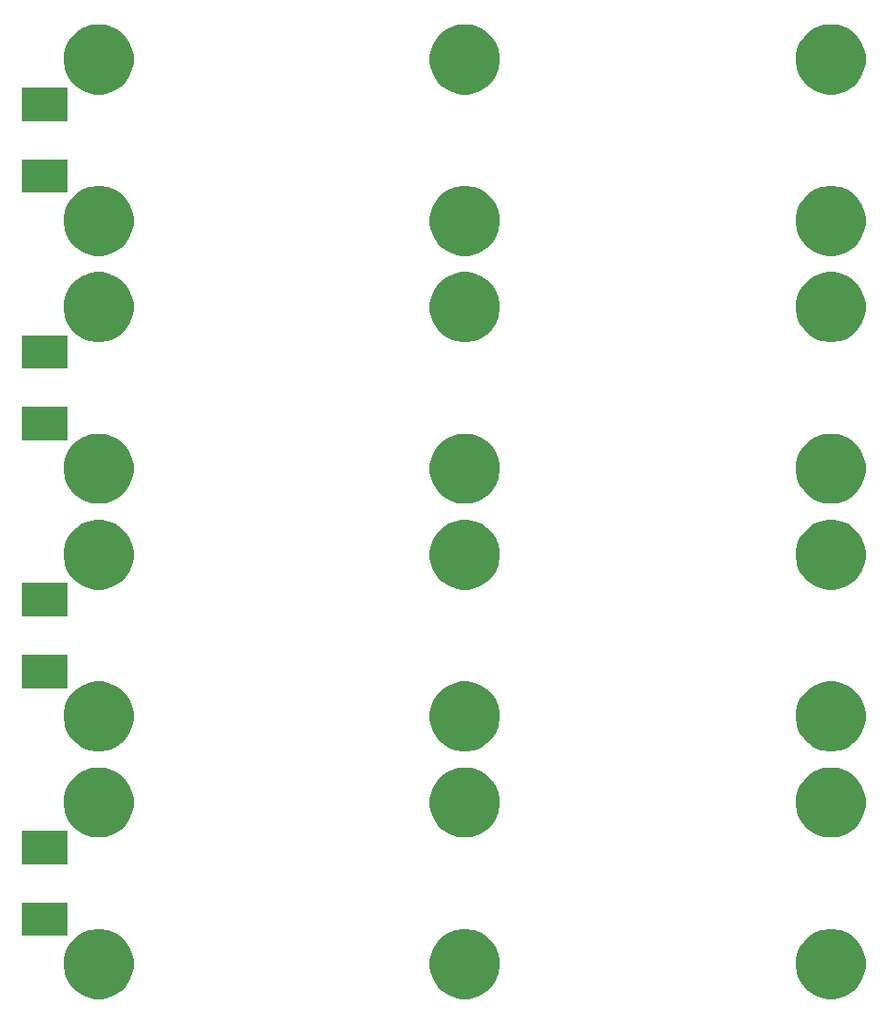
<source format=gbr>
G04 #@! TF.GenerationSoftware,KiCad,Pcbnew,(5.1.0)-1*
G04 #@! TF.CreationDate,2019-04-08T15:48:48-06:00*
G04 #@! TF.ProjectId,H-probe_poly_panelized,482d7072-6f62-4655-9f70-6f6c795f7061,rev?*
G04 #@! TF.SameCoordinates,Original*
G04 #@! TF.FileFunction,Soldermask,Bot*
G04 #@! TF.FilePolarity,Negative*
%FSLAX46Y46*%
G04 Gerber Fmt 4.6, Leading zero omitted, Abs format (unit mm)*
G04 Created by KiCad (PCBNEW (5.1.0)-1) date 2019-04-08 15:48:48*
%MOMM*%
%LPD*%
G04 APERTURE LIST*
%ADD10C,0.100000*%
G04 APERTURE END LIST*
D10*
G36*
X108134239Y-138811467D02*
G01*
X108448282Y-138873934D01*
X109039926Y-139119001D01*
X109572392Y-139474784D01*
X110025216Y-139927608D01*
X110380999Y-140460074D01*
X110626066Y-141051718D01*
X110626066Y-141051719D01*
X110751000Y-141679803D01*
X110751000Y-142320197D01*
X110688533Y-142634239D01*
X110626066Y-142948282D01*
X110380999Y-143539926D01*
X110025216Y-144072392D01*
X109572392Y-144525216D01*
X109039926Y-144880999D01*
X108448282Y-145126066D01*
X108134239Y-145188533D01*
X107820197Y-145251000D01*
X107179803Y-145251000D01*
X106865761Y-145188533D01*
X106551718Y-145126066D01*
X105960074Y-144880999D01*
X105427608Y-144525216D01*
X104974784Y-144072392D01*
X104619001Y-143539926D01*
X104373934Y-142948282D01*
X104311467Y-142634239D01*
X104249000Y-142320197D01*
X104249000Y-141679803D01*
X104373934Y-141051719D01*
X104373934Y-141051718D01*
X104619001Y-140460074D01*
X104974784Y-139927608D01*
X105427608Y-139474784D01*
X105960074Y-139119001D01*
X106551718Y-138873934D01*
X106865761Y-138811467D01*
X107179803Y-138749000D01*
X107820197Y-138749000D01*
X108134239Y-138811467D01*
X108134239Y-138811467D01*
G37*
G36*
X176134239Y-138811467D02*
G01*
X176448282Y-138873934D01*
X177039926Y-139119001D01*
X177572392Y-139474784D01*
X178025216Y-139927608D01*
X178380999Y-140460074D01*
X178626066Y-141051718D01*
X178626066Y-141051719D01*
X178751000Y-141679803D01*
X178751000Y-142320197D01*
X178688533Y-142634239D01*
X178626066Y-142948282D01*
X178380999Y-143539926D01*
X178025216Y-144072392D01*
X177572392Y-144525216D01*
X177039926Y-144880999D01*
X176448282Y-145126066D01*
X176134239Y-145188533D01*
X175820197Y-145251000D01*
X175179803Y-145251000D01*
X174865761Y-145188533D01*
X174551718Y-145126066D01*
X173960074Y-144880999D01*
X173427608Y-144525216D01*
X172974784Y-144072392D01*
X172619001Y-143539926D01*
X172373934Y-142948282D01*
X172311467Y-142634239D01*
X172249000Y-142320197D01*
X172249000Y-141679803D01*
X172373934Y-141051719D01*
X172373934Y-141051718D01*
X172619001Y-140460074D01*
X172974784Y-139927608D01*
X173427608Y-139474784D01*
X173960074Y-139119001D01*
X174551718Y-138873934D01*
X174865761Y-138811467D01*
X175179803Y-138749000D01*
X175820197Y-138749000D01*
X176134239Y-138811467D01*
X176134239Y-138811467D01*
G37*
G36*
X142134239Y-138811467D02*
G01*
X142448282Y-138873934D01*
X143039926Y-139119001D01*
X143572392Y-139474784D01*
X144025216Y-139927608D01*
X144380999Y-140460074D01*
X144626066Y-141051718D01*
X144626066Y-141051719D01*
X144751000Y-141679803D01*
X144751000Y-142320197D01*
X144688533Y-142634239D01*
X144626066Y-142948282D01*
X144380999Y-143539926D01*
X144025216Y-144072392D01*
X143572392Y-144525216D01*
X143039926Y-144880999D01*
X142448282Y-145126066D01*
X142134239Y-145188533D01*
X141820197Y-145251000D01*
X141179803Y-145251000D01*
X140865761Y-145188533D01*
X140551718Y-145126066D01*
X139960074Y-144880999D01*
X139427608Y-144525216D01*
X138974784Y-144072392D01*
X138619001Y-143539926D01*
X138373934Y-142948282D01*
X138311467Y-142634239D01*
X138249000Y-142320197D01*
X138249000Y-141679803D01*
X138373934Y-141051719D01*
X138373934Y-141051718D01*
X138619001Y-140460074D01*
X138974784Y-139927608D01*
X139427608Y-139474784D01*
X139960074Y-139119001D01*
X140551718Y-138873934D01*
X140865761Y-138811467D01*
X141179803Y-138749000D01*
X141820197Y-138749000D01*
X142134239Y-138811467D01*
X142134239Y-138811467D01*
G37*
G36*
X104646000Y-139376000D02*
G01*
X100354000Y-139376000D01*
X100354000Y-136274000D01*
X104646000Y-136274000D01*
X104646000Y-139376000D01*
X104646000Y-139376000D01*
G37*
G36*
X104646000Y-132726000D02*
G01*
X100354000Y-132726000D01*
X100354000Y-129624000D01*
X104646000Y-129624000D01*
X104646000Y-132726000D01*
X104646000Y-132726000D01*
G37*
G36*
X108134239Y-123811467D02*
G01*
X108448282Y-123873934D01*
X109039926Y-124119001D01*
X109572392Y-124474784D01*
X110025216Y-124927608D01*
X110380999Y-125460074D01*
X110626066Y-126051718D01*
X110626066Y-126051719D01*
X110751000Y-126679803D01*
X110751000Y-127320197D01*
X110688533Y-127634239D01*
X110626066Y-127948282D01*
X110380999Y-128539926D01*
X110025216Y-129072392D01*
X109572392Y-129525216D01*
X109039926Y-129880999D01*
X108448282Y-130126066D01*
X108134239Y-130188533D01*
X107820197Y-130251000D01*
X107179803Y-130251000D01*
X106865761Y-130188533D01*
X106551718Y-130126066D01*
X105960074Y-129880999D01*
X105427608Y-129525216D01*
X104974784Y-129072392D01*
X104619001Y-128539926D01*
X104373934Y-127948282D01*
X104311467Y-127634239D01*
X104249000Y-127320197D01*
X104249000Y-126679803D01*
X104373934Y-126051719D01*
X104373934Y-126051718D01*
X104619001Y-125460074D01*
X104974784Y-124927608D01*
X105427608Y-124474784D01*
X105960074Y-124119001D01*
X106551718Y-123873934D01*
X106865761Y-123811467D01*
X107179803Y-123749000D01*
X107820197Y-123749000D01*
X108134239Y-123811467D01*
X108134239Y-123811467D01*
G37*
G36*
X142134239Y-123811467D02*
G01*
X142448282Y-123873934D01*
X143039926Y-124119001D01*
X143572392Y-124474784D01*
X144025216Y-124927608D01*
X144380999Y-125460074D01*
X144626066Y-126051718D01*
X144626066Y-126051719D01*
X144751000Y-126679803D01*
X144751000Y-127320197D01*
X144688533Y-127634239D01*
X144626066Y-127948282D01*
X144380999Y-128539926D01*
X144025216Y-129072392D01*
X143572392Y-129525216D01*
X143039926Y-129880999D01*
X142448282Y-130126066D01*
X142134239Y-130188533D01*
X141820197Y-130251000D01*
X141179803Y-130251000D01*
X140865761Y-130188533D01*
X140551718Y-130126066D01*
X139960074Y-129880999D01*
X139427608Y-129525216D01*
X138974784Y-129072392D01*
X138619001Y-128539926D01*
X138373934Y-127948282D01*
X138311467Y-127634239D01*
X138249000Y-127320197D01*
X138249000Y-126679803D01*
X138373934Y-126051719D01*
X138373934Y-126051718D01*
X138619001Y-125460074D01*
X138974784Y-124927608D01*
X139427608Y-124474784D01*
X139960074Y-124119001D01*
X140551718Y-123873934D01*
X140865761Y-123811467D01*
X141179803Y-123749000D01*
X141820197Y-123749000D01*
X142134239Y-123811467D01*
X142134239Y-123811467D01*
G37*
G36*
X176134239Y-123811467D02*
G01*
X176448282Y-123873934D01*
X177039926Y-124119001D01*
X177572392Y-124474784D01*
X178025216Y-124927608D01*
X178380999Y-125460074D01*
X178626066Y-126051718D01*
X178626066Y-126051719D01*
X178751000Y-126679803D01*
X178751000Y-127320197D01*
X178688533Y-127634239D01*
X178626066Y-127948282D01*
X178380999Y-128539926D01*
X178025216Y-129072392D01*
X177572392Y-129525216D01*
X177039926Y-129880999D01*
X176448282Y-130126066D01*
X176134239Y-130188533D01*
X175820197Y-130251000D01*
X175179803Y-130251000D01*
X174865761Y-130188533D01*
X174551718Y-130126066D01*
X173960074Y-129880999D01*
X173427608Y-129525216D01*
X172974784Y-129072392D01*
X172619001Y-128539926D01*
X172373934Y-127948282D01*
X172311467Y-127634239D01*
X172249000Y-127320197D01*
X172249000Y-126679803D01*
X172373934Y-126051719D01*
X172373934Y-126051718D01*
X172619001Y-125460074D01*
X172974784Y-124927608D01*
X173427608Y-124474784D01*
X173960074Y-124119001D01*
X174551718Y-123873934D01*
X174865761Y-123811467D01*
X175179803Y-123749000D01*
X175820197Y-123749000D01*
X176134239Y-123811467D01*
X176134239Y-123811467D01*
G37*
G36*
X142134239Y-115811467D02*
G01*
X142448282Y-115873934D01*
X143039926Y-116119001D01*
X143572392Y-116474784D01*
X144025216Y-116927608D01*
X144380999Y-117460074D01*
X144626066Y-118051718D01*
X144626066Y-118051719D01*
X144751000Y-118679803D01*
X144751000Y-119320197D01*
X144688533Y-119634239D01*
X144626066Y-119948282D01*
X144380999Y-120539926D01*
X144025216Y-121072392D01*
X143572392Y-121525216D01*
X143039926Y-121880999D01*
X142448282Y-122126066D01*
X142134239Y-122188533D01*
X141820197Y-122251000D01*
X141179803Y-122251000D01*
X140865761Y-122188533D01*
X140551718Y-122126066D01*
X139960074Y-121880999D01*
X139427608Y-121525216D01*
X138974784Y-121072392D01*
X138619001Y-120539926D01*
X138373934Y-119948282D01*
X138311467Y-119634239D01*
X138249000Y-119320197D01*
X138249000Y-118679803D01*
X138373934Y-118051719D01*
X138373934Y-118051718D01*
X138619001Y-117460074D01*
X138974784Y-116927608D01*
X139427608Y-116474784D01*
X139960074Y-116119001D01*
X140551718Y-115873934D01*
X140865761Y-115811467D01*
X141179803Y-115749000D01*
X141820197Y-115749000D01*
X142134239Y-115811467D01*
X142134239Y-115811467D01*
G37*
G36*
X108134239Y-115811467D02*
G01*
X108448282Y-115873934D01*
X109039926Y-116119001D01*
X109572392Y-116474784D01*
X110025216Y-116927608D01*
X110380999Y-117460074D01*
X110626066Y-118051718D01*
X110626066Y-118051719D01*
X110751000Y-118679803D01*
X110751000Y-119320197D01*
X110688533Y-119634239D01*
X110626066Y-119948282D01*
X110380999Y-120539926D01*
X110025216Y-121072392D01*
X109572392Y-121525216D01*
X109039926Y-121880999D01*
X108448282Y-122126066D01*
X108134239Y-122188533D01*
X107820197Y-122251000D01*
X107179803Y-122251000D01*
X106865761Y-122188533D01*
X106551718Y-122126066D01*
X105960074Y-121880999D01*
X105427608Y-121525216D01*
X104974784Y-121072392D01*
X104619001Y-120539926D01*
X104373934Y-119948282D01*
X104311467Y-119634239D01*
X104249000Y-119320197D01*
X104249000Y-118679803D01*
X104373934Y-118051719D01*
X104373934Y-118051718D01*
X104619001Y-117460074D01*
X104974784Y-116927608D01*
X105427608Y-116474784D01*
X105960074Y-116119001D01*
X106551718Y-115873934D01*
X106865761Y-115811467D01*
X107179803Y-115749000D01*
X107820197Y-115749000D01*
X108134239Y-115811467D01*
X108134239Y-115811467D01*
G37*
G36*
X176134239Y-115811467D02*
G01*
X176448282Y-115873934D01*
X177039926Y-116119001D01*
X177572392Y-116474784D01*
X178025216Y-116927608D01*
X178380999Y-117460074D01*
X178626066Y-118051718D01*
X178626066Y-118051719D01*
X178751000Y-118679803D01*
X178751000Y-119320197D01*
X178688533Y-119634239D01*
X178626066Y-119948282D01*
X178380999Y-120539926D01*
X178025216Y-121072392D01*
X177572392Y-121525216D01*
X177039926Y-121880999D01*
X176448282Y-122126066D01*
X176134239Y-122188533D01*
X175820197Y-122251000D01*
X175179803Y-122251000D01*
X174865761Y-122188533D01*
X174551718Y-122126066D01*
X173960074Y-121880999D01*
X173427608Y-121525216D01*
X172974784Y-121072392D01*
X172619001Y-120539926D01*
X172373934Y-119948282D01*
X172311467Y-119634239D01*
X172249000Y-119320197D01*
X172249000Y-118679803D01*
X172373934Y-118051719D01*
X172373934Y-118051718D01*
X172619001Y-117460074D01*
X172974784Y-116927608D01*
X173427608Y-116474784D01*
X173960074Y-116119001D01*
X174551718Y-115873934D01*
X174865761Y-115811467D01*
X175179803Y-115749000D01*
X175820197Y-115749000D01*
X176134239Y-115811467D01*
X176134239Y-115811467D01*
G37*
G36*
X104646000Y-116376000D02*
G01*
X100354000Y-116376000D01*
X100354000Y-113274000D01*
X104646000Y-113274000D01*
X104646000Y-116376000D01*
X104646000Y-116376000D01*
G37*
G36*
X104646000Y-109726000D02*
G01*
X100354000Y-109726000D01*
X100354000Y-106624000D01*
X104646000Y-106624000D01*
X104646000Y-109726000D01*
X104646000Y-109726000D01*
G37*
G36*
X176134239Y-100811467D02*
G01*
X176448282Y-100873934D01*
X177039926Y-101119001D01*
X177572392Y-101474784D01*
X178025216Y-101927608D01*
X178380999Y-102460074D01*
X178626066Y-103051718D01*
X178626066Y-103051719D01*
X178751000Y-103679803D01*
X178751000Y-104320197D01*
X178688533Y-104634239D01*
X178626066Y-104948282D01*
X178380999Y-105539926D01*
X178025216Y-106072392D01*
X177572392Y-106525216D01*
X177039926Y-106880999D01*
X176448282Y-107126066D01*
X176134239Y-107188533D01*
X175820197Y-107251000D01*
X175179803Y-107251000D01*
X174865761Y-107188533D01*
X174551718Y-107126066D01*
X173960074Y-106880999D01*
X173427608Y-106525216D01*
X172974784Y-106072392D01*
X172619001Y-105539926D01*
X172373934Y-104948282D01*
X172311467Y-104634239D01*
X172249000Y-104320197D01*
X172249000Y-103679803D01*
X172373934Y-103051719D01*
X172373934Y-103051718D01*
X172619001Y-102460074D01*
X172974784Y-101927608D01*
X173427608Y-101474784D01*
X173960074Y-101119001D01*
X174551718Y-100873934D01*
X174865761Y-100811467D01*
X175179803Y-100749000D01*
X175820197Y-100749000D01*
X176134239Y-100811467D01*
X176134239Y-100811467D01*
G37*
G36*
X142134239Y-100811467D02*
G01*
X142448282Y-100873934D01*
X143039926Y-101119001D01*
X143572392Y-101474784D01*
X144025216Y-101927608D01*
X144380999Y-102460074D01*
X144626066Y-103051718D01*
X144626066Y-103051719D01*
X144751000Y-103679803D01*
X144751000Y-104320197D01*
X144688533Y-104634239D01*
X144626066Y-104948282D01*
X144380999Y-105539926D01*
X144025216Y-106072392D01*
X143572392Y-106525216D01*
X143039926Y-106880999D01*
X142448282Y-107126066D01*
X142134239Y-107188533D01*
X141820197Y-107251000D01*
X141179803Y-107251000D01*
X140865761Y-107188533D01*
X140551718Y-107126066D01*
X139960074Y-106880999D01*
X139427608Y-106525216D01*
X138974784Y-106072392D01*
X138619001Y-105539926D01*
X138373934Y-104948282D01*
X138311467Y-104634239D01*
X138249000Y-104320197D01*
X138249000Y-103679803D01*
X138373934Y-103051719D01*
X138373934Y-103051718D01*
X138619001Y-102460074D01*
X138974784Y-101927608D01*
X139427608Y-101474784D01*
X139960074Y-101119001D01*
X140551718Y-100873934D01*
X140865761Y-100811467D01*
X141179803Y-100749000D01*
X141820197Y-100749000D01*
X142134239Y-100811467D01*
X142134239Y-100811467D01*
G37*
G36*
X108134239Y-100811467D02*
G01*
X108448282Y-100873934D01*
X109039926Y-101119001D01*
X109572392Y-101474784D01*
X110025216Y-101927608D01*
X110380999Y-102460074D01*
X110626066Y-103051718D01*
X110626066Y-103051719D01*
X110751000Y-103679803D01*
X110751000Y-104320197D01*
X110688533Y-104634239D01*
X110626066Y-104948282D01*
X110380999Y-105539926D01*
X110025216Y-106072392D01*
X109572392Y-106525216D01*
X109039926Y-106880999D01*
X108448282Y-107126066D01*
X108134239Y-107188533D01*
X107820197Y-107251000D01*
X107179803Y-107251000D01*
X106865761Y-107188533D01*
X106551718Y-107126066D01*
X105960074Y-106880999D01*
X105427608Y-106525216D01*
X104974784Y-106072392D01*
X104619001Y-105539926D01*
X104373934Y-104948282D01*
X104311467Y-104634239D01*
X104249000Y-104320197D01*
X104249000Y-103679803D01*
X104373934Y-103051719D01*
X104373934Y-103051718D01*
X104619001Y-102460074D01*
X104974784Y-101927608D01*
X105427608Y-101474784D01*
X105960074Y-101119001D01*
X106551718Y-100873934D01*
X106865761Y-100811467D01*
X107179803Y-100749000D01*
X107820197Y-100749000D01*
X108134239Y-100811467D01*
X108134239Y-100811467D01*
G37*
G36*
X108134239Y-92811467D02*
G01*
X108448282Y-92873934D01*
X109039926Y-93119001D01*
X109572392Y-93474784D01*
X110025216Y-93927608D01*
X110380999Y-94460074D01*
X110626066Y-95051718D01*
X110626066Y-95051719D01*
X110751000Y-95679803D01*
X110751000Y-96320197D01*
X110688533Y-96634239D01*
X110626066Y-96948282D01*
X110380999Y-97539926D01*
X110025216Y-98072392D01*
X109572392Y-98525216D01*
X109039926Y-98880999D01*
X108448282Y-99126066D01*
X108134239Y-99188533D01*
X107820197Y-99251000D01*
X107179803Y-99251000D01*
X106865761Y-99188533D01*
X106551718Y-99126066D01*
X105960074Y-98880999D01*
X105427608Y-98525216D01*
X104974784Y-98072392D01*
X104619001Y-97539926D01*
X104373934Y-96948282D01*
X104311467Y-96634239D01*
X104249000Y-96320197D01*
X104249000Y-95679803D01*
X104373934Y-95051719D01*
X104373934Y-95051718D01*
X104619001Y-94460074D01*
X104974784Y-93927608D01*
X105427608Y-93474784D01*
X105960074Y-93119001D01*
X106551718Y-92873934D01*
X106865761Y-92811467D01*
X107179803Y-92749000D01*
X107820197Y-92749000D01*
X108134239Y-92811467D01*
X108134239Y-92811467D01*
G37*
G36*
X176134239Y-92811467D02*
G01*
X176448282Y-92873934D01*
X177039926Y-93119001D01*
X177572392Y-93474784D01*
X178025216Y-93927608D01*
X178380999Y-94460074D01*
X178626066Y-95051718D01*
X178626066Y-95051719D01*
X178751000Y-95679803D01*
X178751000Y-96320197D01*
X178688533Y-96634239D01*
X178626066Y-96948282D01*
X178380999Y-97539926D01*
X178025216Y-98072392D01*
X177572392Y-98525216D01*
X177039926Y-98880999D01*
X176448282Y-99126066D01*
X176134239Y-99188533D01*
X175820197Y-99251000D01*
X175179803Y-99251000D01*
X174865761Y-99188533D01*
X174551718Y-99126066D01*
X173960074Y-98880999D01*
X173427608Y-98525216D01*
X172974784Y-98072392D01*
X172619001Y-97539926D01*
X172373934Y-96948282D01*
X172311467Y-96634239D01*
X172249000Y-96320197D01*
X172249000Y-95679803D01*
X172373934Y-95051719D01*
X172373934Y-95051718D01*
X172619001Y-94460074D01*
X172974784Y-93927608D01*
X173427608Y-93474784D01*
X173960074Y-93119001D01*
X174551718Y-92873934D01*
X174865761Y-92811467D01*
X175179803Y-92749000D01*
X175820197Y-92749000D01*
X176134239Y-92811467D01*
X176134239Y-92811467D01*
G37*
G36*
X142134239Y-92811467D02*
G01*
X142448282Y-92873934D01*
X143039926Y-93119001D01*
X143572392Y-93474784D01*
X144025216Y-93927608D01*
X144380999Y-94460074D01*
X144626066Y-95051718D01*
X144626066Y-95051719D01*
X144751000Y-95679803D01*
X144751000Y-96320197D01*
X144688533Y-96634239D01*
X144626066Y-96948282D01*
X144380999Y-97539926D01*
X144025216Y-98072392D01*
X143572392Y-98525216D01*
X143039926Y-98880999D01*
X142448282Y-99126066D01*
X142134239Y-99188533D01*
X141820197Y-99251000D01*
X141179803Y-99251000D01*
X140865761Y-99188533D01*
X140551718Y-99126066D01*
X139960074Y-98880999D01*
X139427608Y-98525216D01*
X138974784Y-98072392D01*
X138619001Y-97539926D01*
X138373934Y-96948282D01*
X138311467Y-96634239D01*
X138249000Y-96320197D01*
X138249000Y-95679803D01*
X138373934Y-95051719D01*
X138373934Y-95051718D01*
X138619001Y-94460074D01*
X138974784Y-93927608D01*
X139427608Y-93474784D01*
X139960074Y-93119001D01*
X140551718Y-92873934D01*
X140865761Y-92811467D01*
X141179803Y-92749000D01*
X141820197Y-92749000D01*
X142134239Y-92811467D01*
X142134239Y-92811467D01*
G37*
G36*
X104646000Y-93376000D02*
G01*
X100354000Y-93376000D01*
X100354000Y-90274000D01*
X104646000Y-90274000D01*
X104646000Y-93376000D01*
X104646000Y-93376000D01*
G37*
G36*
X104646000Y-86726000D02*
G01*
X100354000Y-86726000D01*
X100354000Y-83624000D01*
X104646000Y-83624000D01*
X104646000Y-86726000D01*
X104646000Y-86726000D01*
G37*
G36*
X176134239Y-77811467D02*
G01*
X176448282Y-77873934D01*
X177039926Y-78119001D01*
X177572392Y-78474784D01*
X178025216Y-78927608D01*
X178380999Y-79460074D01*
X178626066Y-80051718D01*
X178626066Y-80051719D01*
X178751000Y-80679803D01*
X178751000Y-81320197D01*
X178688533Y-81634239D01*
X178626066Y-81948282D01*
X178380999Y-82539926D01*
X178025216Y-83072392D01*
X177572392Y-83525216D01*
X177039926Y-83880999D01*
X176448282Y-84126066D01*
X176134239Y-84188533D01*
X175820197Y-84251000D01*
X175179803Y-84251000D01*
X174865761Y-84188533D01*
X174551718Y-84126066D01*
X173960074Y-83880999D01*
X173427608Y-83525216D01*
X172974784Y-83072392D01*
X172619001Y-82539926D01*
X172373934Y-81948282D01*
X172311467Y-81634239D01*
X172249000Y-81320197D01*
X172249000Y-80679803D01*
X172373934Y-80051719D01*
X172373934Y-80051718D01*
X172619001Y-79460074D01*
X172974784Y-78927608D01*
X173427608Y-78474784D01*
X173960074Y-78119001D01*
X174551718Y-77873934D01*
X174865761Y-77811467D01*
X175179803Y-77749000D01*
X175820197Y-77749000D01*
X176134239Y-77811467D01*
X176134239Y-77811467D01*
G37*
G36*
X142134239Y-77811467D02*
G01*
X142448282Y-77873934D01*
X143039926Y-78119001D01*
X143572392Y-78474784D01*
X144025216Y-78927608D01*
X144380999Y-79460074D01*
X144626066Y-80051718D01*
X144626066Y-80051719D01*
X144751000Y-80679803D01*
X144751000Y-81320197D01*
X144688533Y-81634239D01*
X144626066Y-81948282D01*
X144380999Y-82539926D01*
X144025216Y-83072392D01*
X143572392Y-83525216D01*
X143039926Y-83880999D01*
X142448282Y-84126066D01*
X142134239Y-84188533D01*
X141820197Y-84251000D01*
X141179803Y-84251000D01*
X140865761Y-84188533D01*
X140551718Y-84126066D01*
X139960074Y-83880999D01*
X139427608Y-83525216D01*
X138974784Y-83072392D01*
X138619001Y-82539926D01*
X138373934Y-81948282D01*
X138311467Y-81634239D01*
X138249000Y-81320197D01*
X138249000Y-80679803D01*
X138373934Y-80051719D01*
X138373934Y-80051718D01*
X138619001Y-79460074D01*
X138974784Y-78927608D01*
X139427608Y-78474784D01*
X139960074Y-78119001D01*
X140551718Y-77873934D01*
X140865761Y-77811467D01*
X141179803Y-77749000D01*
X141820197Y-77749000D01*
X142134239Y-77811467D01*
X142134239Y-77811467D01*
G37*
G36*
X108134239Y-77811467D02*
G01*
X108448282Y-77873934D01*
X109039926Y-78119001D01*
X109572392Y-78474784D01*
X110025216Y-78927608D01*
X110380999Y-79460074D01*
X110626066Y-80051718D01*
X110626066Y-80051719D01*
X110751000Y-80679803D01*
X110751000Y-81320197D01*
X110688533Y-81634239D01*
X110626066Y-81948282D01*
X110380999Y-82539926D01*
X110025216Y-83072392D01*
X109572392Y-83525216D01*
X109039926Y-83880999D01*
X108448282Y-84126066D01*
X108134239Y-84188533D01*
X107820197Y-84251000D01*
X107179803Y-84251000D01*
X106865761Y-84188533D01*
X106551718Y-84126066D01*
X105960074Y-83880999D01*
X105427608Y-83525216D01*
X104974784Y-83072392D01*
X104619001Y-82539926D01*
X104373934Y-81948282D01*
X104311467Y-81634239D01*
X104249000Y-81320197D01*
X104249000Y-80679803D01*
X104373934Y-80051719D01*
X104373934Y-80051718D01*
X104619001Y-79460074D01*
X104974784Y-78927608D01*
X105427608Y-78474784D01*
X105960074Y-78119001D01*
X106551718Y-77873934D01*
X106865761Y-77811467D01*
X107179803Y-77749000D01*
X107820197Y-77749000D01*
X108134239Y-77811467D01*
X108134239Y-77811467D01*
G37*
G36*
X108134239Y-69811467D02*
G01*
X108448282Y-69873934D01*
X109039926Y-70119001D01*
X109572392Y-70474784D01*
X110025216Y-70927608D01*
X110380999Y-71460074D01*
X110626066Y-72051718D01*
X110626066Y-72051719D01*
X110751000Y-72679803D01*
X110751000Y-73320197D01*
X110688533Y-73634239D01*
X110626066Y-73948282D01*
X110380999Y-74539926D01*
X110025216Y-75072392D01*
X109572392Y-75525216D01*
X109039926Y-75880999D01*
X108448282Y-76126066D01*
X108134239Y-76188533D01*
X107820197Y-76251000D01*
X107179803Y-76251000D01*
X106865761Y-76188533D01*
X106551718Y-76126066D01*
X105960074Y-75880999D01*
X105427608Y-75525216D01*
X104974784Y-75072392D01*
X104619001Y-74539926D01*
X104373934Y-73948282D01*
X104311467Y-73634239D01*
X104249000Y-73320197D01*
X104249000Y-72679803D01*
X104373934Y-72051719D01*
X104373934Y-72051718D01*
X104619001Y-71460074D01*
X104974784Y-70927608D01*
X105427608Y-70474784D01*
X105960074Y-70119001D01*
X106551718Y-69873934D01*
X106865761Y-69811467D01*
X107179803Y-69749000D01*
X107820197Y-69749000D01*
X108134239Y-69811467D01*
X108134239Y-69811467D01*
G37*
G36*
X142134239Y-69811467D02*
G01*
X142448282Y-69873934D01*
X143039926Y-70119001D01*
X143572392Y-70474784D01*
X144025216Y-70927608D01*
X144380999Y-71460074D01*
X144626066Y-72051718D01*
X144626066Y-72051719D01*
X144751000Y-72679803D01*
X144751000Y-73320197D01*
X144688533Y-73634239D01*
X144626066Y-73948282D01*
X144380999Y-74539926D01*
X144025216Y-75072392D01*
X143572392Y-75525216D01*
X143039926Y-75880999D01*
X142448282Y-76126066D01*
X142134239Y-76188533D01*
X141820197Y-76251000D01*
X141179803Y-76251000D01*
X140865761Y-76188533D01*
X140551718Y-76126066D01*
X139960074Y-75880999D01*
X139427608Y-75525216D01*
X138974784Y-75072392D01*
X138619001Y-74539926D01*
X138373934Y-73948282D01*
X138311467Y-73634239D01*
X138249000Y-73320197D01*
X138249000Y-72679803D01*
X138373934Y-72051719D01*
X138373934Y-72051718D01*
X138619001Y-71460074D01*
X138974784Y-70927608D01*
X139427608Y-70474784D01*
X139960074Y-70119001D01*
X140551718Y-69873934D01*
X140865761Y-69811467D01*
X141179803Y-69749000D01*
X141820197Y-69749000D01*
X142134239Y-69811467D01*
X142134239Y-69811467D01*
G37*
G36*
X176134239Y-69811467D02*
G01*
X176448282Y-69873934D01*
X177039926Y-70119001D01*
X177572392Y-70474784D01*
X178025216Y-70927608D01*
X178380999Y-71460074D01*
X178626066Y-72051718D01*
X178626066Y-72051719D01*
X178751000Y-72679803D01*
X178751000Y-73320197D01*
X178688533Y-73634239D01*
X178626066Y-73948282D01*
X178380999Y-74539926D01*
X178025216Y-75072392D01*
X177572392Y-75525216D01*
X177039926Y-75880999D01*
X176448282Y-76126066D01*
X176134239Y-76188533D01*
X175820197Y-76251000D01*
X175179803Y-76251000D01*
X174865761Y-76188533D01*
X174551718Y-76126066D01*
X173960074Y-75880999D01*
X173427608Y-75525216D01*
X172974784Y-75072392D01*
X172619001Y-74539926D01*
X172373934Y-73948282D01*
X172311467Y-73634239D01*
X172249000Y-73320197D01*
X172249000Y-72679803D01*
X172373934Y-72051719D01*
X172373934Y-72051718D01*
X172619001Y-71460074D01*
X172974784Y-70927608D01*
X173427608Y-70474784D01*
X173960074Y-70119001D01*
X174551718Y-69873934D01*
X174865761Y-69811467D01*
X175179803Y-69749000D01*
X175820197Y-69749000D01*
X176134239Y-69811467D01*
X176134239Y-69811467D01*
G37*
G36*
X104646000Y-70376000D02*
G01*
X100354000Y-70376000D01*
X100354000Y-67274000D01*
X104646000Y-67274000D01*
X104646000Y-70376000D01*
X104646000Y-70376000D01*
G37*
G36*
X104646000Y-63726000D02*
G01*
X100354000Y-63726000D01*
X100354000Y-60624000D01*
X104646000Y-60624000D01*
X104646000Y-63726000D01*
X104646000Y-63726000D01*
G37*
G36*
X176134239Y-54811467D02*
G01*
X176448282Y-54873934D01*
X177039926Y-55119001D01*
X177572392Y-55474784D01*
X178025216Y-55927608D01*
X178380999Y-56460074D01*
X178626066Y-57051718D01*
X178626066Y-57051719D01*
X178751000Y-57679803D01*
X178751000Y-58320197D01*
X178688533Y-58634239D01*
X178626066Y-58948282D01*
X178380999Y-59539926D01*
X178025216Y-60072392D01*
X177572392Y-60525216D01*
X177039926Y-60880999D01*
X176448282Y-61126066D01*
X176134239Y-61188533D01*
X175820197Y-61251000D01*
X175179803Y-61251000D01*
X174865761Y-61188533D01*
X174551718Y-61126066D01*
X173960074Y-60880999D01*
X173427608Y-60525216D01*
X172974784Y-60072392D01*
X172619001Y-59539926D01*
X172373934Y-58948282D01*
X172311467Y-58634239D01*
X172249000Y-58320197D01*
X172249000Y-57679803D01*
X172373934Y-57051719D01*
X172373934Y-57051718D01*
X172619001Y-56460074D01*
X172974784Y-55927608D01*
X173427608Y-55474784D01*
X173960074Y-55119001D01*
X174551718Y-54873934D01*
X174865761Y-54811467D01*
X175179803Y-54749000D01*
X175820197Y-54749000D01*
X176134239Y-54811467D01*
X176134239Y-54811467D01*
G37*
G36*
X108134239Y-54811467D02*
G01*
X108448282Y-54873934D01*
X109039926Y-55119001D01*
X109572392Y-55474784D01*
X110025216Y-55927608D01*
X110380999Y-56460074D01*
X110626066Y-57051718D01*
X110626066Y-57051719D01*
X110751000Y-57679803D01*
X110751000Y-58320197D01*
X110688533Y-58634239D01*
X110626066Y-58948282D01*
X110380999Y-59539926D01*
X110025216Y-60072392D01*
X109572392Y-60525216D01*
X109039926Y-60880999D01*
X108448282Y-61126066D01*
X108134239Y-61188533D01*
X107820197Y-61251000D01*
X107179803Y-61251000D01*
X106865761Y-61188533D01*
X106551718Y-61126066D01*
X105960074Y-60880999D01*
X105427608Y-60525216D01*
X104974784Y-60072392D01*
X104619001Y-59539926D01*
X104373934Y-58948282D01*
X104311467Y-58634239D01*
X104249000Y-58320197D01*
X104249000Y-57679803D01*
X104373934Y-57051719D01*
X104373934Y-57051718D01*
X104619001Y-56460074D01*
X104974784Y-55927608D01*
X105427608Y-55474784D01*
X105960074Y-55119001D01*
X106551718Y-54873934D01*
X106865761Y-54811467D01*
X107179803Y-54749000D01*
X107820197Y-54749000D01*
X108134239Y-54811467D01*
X108134239Y-54811467D01*
G37*
G36*
X142134239Y-54811467D02*
G01*
X142448282Y-54873934D01*
X143039926Y-55119001D01*
X143572392Y-55474784D01*
X144025216Y-55927608D01*
X144380999Y-56460074D01*
X144626066Y-57051718D01*
X144626066Y-57051719D01*
X144751000Y-57679803D01*
X144751000Y-58320197D01*
X144688533Y-58634239D01*
X144626066Y-58948282D01*
X144380999Y-59539926D01*
X144025216Y-60072392D01*
X143572392Y-60525216D01*
X143039926Y-60880999D01*
X142448282Y-61126066D01*
X142134239Y-61188533D01*
X141820197Y-61251000D01*
X141179803Y-61251000D01*
X140865761Y-61188533D01*
X140551718Y-61126066D01*
X139960074Y-60880999D01*
X139427608Y-60525216D01*
X138974784Y-60072392D01*
X138619001Y-59539926D01*
X138373934Y-58948282D01*
X138311467Y-58634239D01*
X138249000Y-58320197D01*
X138249000Y-57679803D01*
X138373934Y-57051719D01*
X138373934Y-57051718D01*
X138619001Y-56460074D01*
X138974784Y-55927608D01*
X139427608Y-55474784D01*
X139960074Y-55119001D01*
X140551718Y-54873934D01*
X140865761Y-54811467D01*
X141179803Y-54749000D01*
X141820197Y-54749000D01*
X142134239Y-54811467D01*
X142134239Y-54811467D01*
G37*
M02*

</source>
